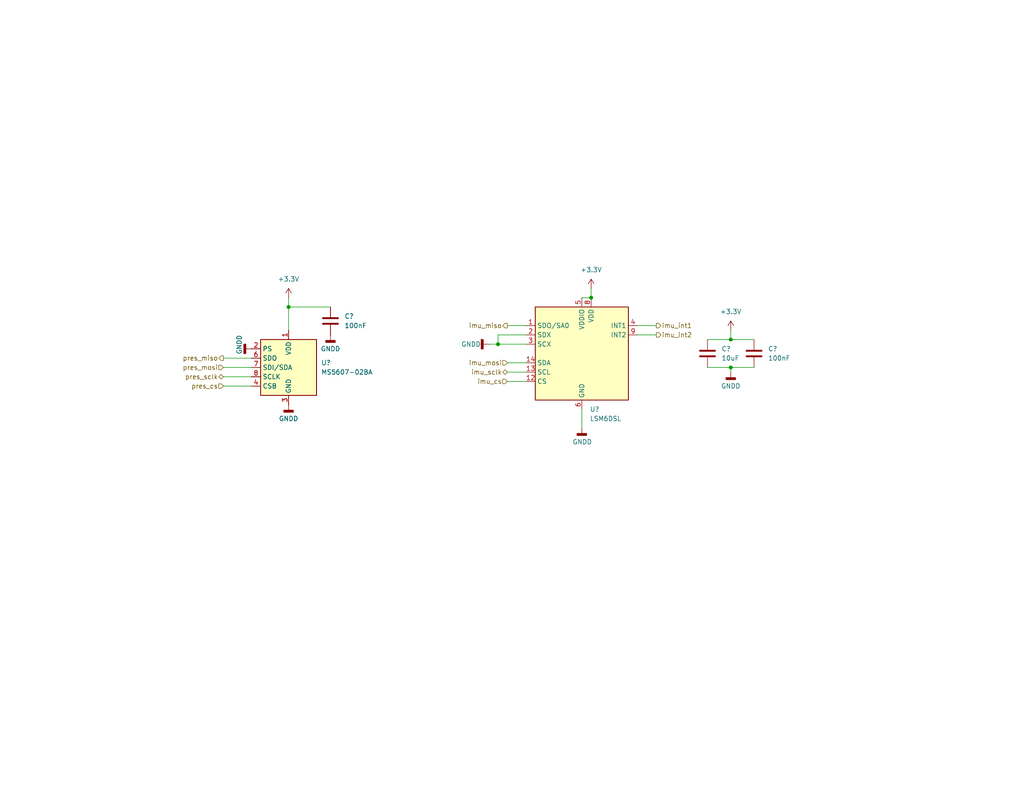
<source format=kicad_sch>
(kicad_sch (version 20250114) (generator "eeschema") (generator_version "9.0")
  (paper "USLetter")
  (title_block (title "Control Module Rev2") (date "2026-02-10") (rev "2.0") (company "Rowan Rocketry"))
  (lib_symbols
    (symbol "Device:C" (pin_numbers (hide yes)) (pin_names (offset 0.254))
      (property "Reference" "C" (at 0.635 2.54 0))
      (property "Value" "C" (at 0.635 -2.54 0))
      (symbol "C_0_1"
        (polyline (pts (xy -2.032 0.762) (xy 2.032 0.762)) (stroke (width 0.508)))
        (polyline (pts (xy -2.032 -0.762) (xy 2.032 -0.762)) (stroke (width 0.508)))
      )
      (symbol "C_1_1"
        (pin passive line (at 0 3.81 270) (length 2.794) (name "~") (number "1"))
        (pin passive line (at 0 -3.81 90) (length 2.794) (name "~") (number "2"))
      )
    )
    (symbol "Sensor_Motion:LSM6DSL"
      (property "Reference" "U" (at -11.43 15.24 0))
      (property "Value" "LSM6DSL" (at -11.43 12.7 0))
      (symbol "LSM6DSL_0_1"
        (rectangle (start -12.7 12.7) (end 12.7 -12.7) (stroke (width 0.254)) (fill (type background)))
      )
      (symbol "LSM6DSL_1_1"
        (pin bidirectional line (at -15.24 7.62 0) (length 2.54) (name "SDO/SA0") (number "1"))
        (pin bidirectional line (at -15.24 5.08 0) (length 2.54) (name "SDX") (number "2"))
        (pin input line (at -15.24 2.54 0) (length 2.54) (name "SCX") (number "3"))
        (pin bidirectional line (at -15.24 -2.54 0) (length 2.54) (name "SDA") (number "14"))
        (pin input line (at -15.24 -5.08 0) (length 2.54) (name "SCL") (number "13"))
        (pin input line (at -15.24 -7.62 0) (length 2.54) (name "CS") (number "12"))
        (pin power_in line (at 0 15.24 270) (length 2.54) (name "VDDIO") (number "5"))
        (pin power_in line (at 0 -15.24 90) (length 2.54) (name "GND") (number "6"))
        (pin passive line (at 0 -15.24 90) (length 2.54) (hide yes) (name "GND") (number "7"))
        (pin power_in line (at 2.54 15.24 270) (length 2.54) (name "VDD") (number "8"))
        (pin no_connect line (at 12.7 -2.54 180) (length 3.81) (hide yes) (name "NC") (number "11"))
        (pin no_connect line (at 12.7 -5.08 180) (length 3.81) (hide yes) (name "NC") (number "10"))
        (pin output line (at 15.24 7.62 180) (length 2.54) (name "INT1") (number "4"))
        (pin output line (at 15.24 5.08 180) (length 2.54) (name "INT2") (number "9"))
      )
    )
    (symbol "Sensor_Pressure:MS5607-02BA"
      (property "Reference" "U" (at -6.35 8.89 0))
      (property "Value" "MS5607-02BA" (at 7.62 8.89 0))
      (symbol "MS5607-02BA_0_1"
        (rectangle (start -7.62 7.62) (end 7.62 -7.62) (stroke (width 0.254)) (fill (type background)))
      )
      (symbol "MS5607-02BA_1_1"
        (pin input line (at -10.16 5.08 0) (length 2.54) (name "PS") (number "2"))
        (pin output line (at -10.16 2.54 0) (length 2.54) (name "SDO") (number "6"))
        (pin bidirectional line (at -10.16 0 0) (length 2.54) (name "SDI/SDA") (number "7"))
        (pin input line (at -10.16 -2.54 0) (length 2.54) (name "SCLK") (number "8"))
        (pin input line (at -10.16 -5.08 0) (length 2.54) (name "CSB") (number "4"))
        (pin input line (at -10.16 -5.08 0) (length 2.54) (hide yes) (name "CSB") (number "5"))
        (pin power_in line (at 0 10.16 270) (length 2.54) (name "VDD") (number "1"))
        (pin power_in line (at 0 -10.16 90) (length 2.54) (name "GND") (number "3"))
      )
    )
    (symbol "power:+3.3V" (power) (pin_numbers (hide yes)) (pin_names (offset 0) (hide yes))
      (property "Value" "+3.3V" (at 0 3.556 0))
      (symbol "+3.3V_0_1"
        (polyline (pts (xy -0.762 1.27) (xy 0 2.54)))
        (polyline (pts (xy 0 2.54) (xy 0.762 1.27)))
        (polyline (pts (xy 0 0) (xy 0 2.54)))
      )
      (symbol "+3.3V_1_1"
        (pin power_in line (at 0 0 90) (length 0) (name "~") (number "1"))
      )
    )
    (symbol "power:GNDD" (power) (pin_numbers (hide yes)) (pin_names (offset 0) (hide yes))
      (property "Value" "GNDD" (at 0 -3.175 0))
      (symbol "GNDD_0_1"
        (rectangle (start -1.27 -1.524) (end 1.27 -2.032) (stroke (width 0.254)) (fill (type outline)))
        (polyline (pts (xy 0 0) (xy 0 -1.524)))
      )
      (symbol "GNDD_1_1"
        (pin power_in line (at 0 0 270) (length 0) (name "~") (number "1"))
      )
    )
  )
  (junction (at 161.29 81.28))
  (junction (at 135.89 93.98))
  (junction (at 78.74 83.82))
  (junction (at 199.39 92.71))
  (junction (at 199.39 100.33))
  (wire (pts (xy 158.75 116.84) (xy 158.75 111.76)))
  (wire (pts (xy 78.74 83.82) (xy 78.74 90.17)))
  (wire (pts (xy 60.96 97.79) (xy 68.58 97.79)))
  (wire (pts (xy 173.99 91.44) (xy 179.07 91.44)))
  (wire (pts (xy 158.75 81.28) (xy 161.29 81.28)))
  (wire (pts (xy 199.39 90.17) (xy 199.39 92.71)))
  (wire (pts (xy 138.43 101.6) (xy 143.51 101.6)))
  (wire (pts (xy 161.29 81.28) (xy 161.29 78.74)))
  (wire (pts (xy 78.74 81.28) (xy 78.74 83.82)))
  (wire (pts (xy 138.43 88.9) (xy 143.51 88.9)))
  (wire (pts (xy 173.99 88.9) (xy 179.07 88.9)))
  (wire (pts (xy 199.39 100.33) (xy 205.74 100.33)))
  (wire (pts (xy 60.96 100.33) (xy 68.58 100.33)))
  (wire (pts (xy 60.96 105.41) (xy 68.58 105.41)))
  (wire (pts (xy 143.51 91.44) (xy 135.89 91.44)))
  (wire (pts (xy 138.43 104.14) (xy 143.51 104.14)))
  (wire (pts (xy 135.89 93.98) (xy 143.51 93.98)))
  (wire (pts (xy 193.04 100.33) (xy 199.39 100.33)))
  (wire (pts (xy 138.43 99.06) (xy 143.51 99.06)))
  (wire (pts (xy 199.39 101.6) (xy 199.39 100.33)))
  (wire (pts (xy 78.74 83.82) (xy 90.17 83.82)))
  (wire (pts (xy 135.89 91.44) (xy 135.89 93.98)))
  (wire (pts (xy 199.39 92.71) (xy 205.74 92.71)))
  (wire (pts (xy 193.04 92.71) (xy 199.39 92.71)))
  (wire (pts (xy 133.35 93.98) (xy 135.89 93.98)))
  (wire (pts (xy 60.96 102.87) (xy 68.58 102.87)))
  (hierarchical_label "pres_sclk" (shape bidirectional) (at 60.96 102.87 180))
  (hierarchical_label "imu_int1" (shape output) (at 179.07 88.9 0))
  (hierarchical_label "pres_cs" (shape input) (at 60.96 105.41 180))
  (hierarchical_label "pres_mosi" (shape input) (at 60.96 100.33 180))
  (hierarchical_label "imu_int2" (shape output) (at 179.07 91.44 0))
  (hierarchical_label "imu_cs" (shape input) (at 138.43 104.14 180))
  (hierarchical_label "imu_mosi" (shape input) (at 138.43 99.06 180))
  (hierarchical_label "pres_miso" (shape output) (at 60.96 97.79 180))
  (hierarchical_label "imu_miso" (shape output) (at 138.43 88.9 180))
  (hierarchical_label "imu_sclk" (shape bidirectional) (at 138.43 101.6 180))
  (symbol (lib_id "power:GNDD") (at 68.58 95.25 270) (unit 1)
    (property "Reference" "#PWR?" (effects (hide yes)))
    (property "Value" "GNDD" (at 65.278 96.774 0) (effects (justify right)))
    (property "Description" "Power symbol creates a global label with name \"GNDD\" , digital ground" (effects (hide yes)))
  )
  (symbol (lib_id "power:GNDD") (at 199.39 101.6 0) (unit 1)
    (property "Reference" "#PWR?" (effects (hide yes)))
    (property "Value" "GNDD" (at 199.39 105.41 0))
    (property "Description" "Power symbol creates a global label with name \"GNDD\" , digital ground" (effects (hide yes)))
  )
  (symbol (lib_id "power:+3.3V") (at 161.29 78.74 0) (unit 1)
    (property "Reference" "#PWR?" (effects (hide yes)))
    (property "Value" "+3.3V" (at 161.29 73.66 0))
    (property "Description" "Power symbol creates a global label with name \"+3.3V\"" (effects (hide yes)))
  )
  (symbol (lib_id "Device:C") (at 90.17 87.63 0) (unit 1)
    (property "Reference" "C?" (at 93.98 86.3599 0) (effects (justify left)))
    (property "Value" "100nF" (at 93.98 88.8999 0) (effects (justify left)))
    (property "Footprint" "Capacitor_SMD:C_0603_1608Metric_Pad1.08x0.95mm_HandSolder" (effects (hide yes)))
    (property "Datasheet" "https://content.kemet.com/datasheets/KEM_C1002_X7R_SMD.pdf" (effects (hide yes)))
    (property "Description" "Unpolarized capacitor" (effects (hide yes)))
    (property "Purchase" "https://www.digikey.com/en/products/detail/kemet/C0603C104M5RACTU/2199782" (effects (hide yes)))
  )
  (symbol (lib_id "Sensor_Pressure:MS5607-02BA") (at 78.74 100.33 0) (unit 1)
    (property "Reference" "U?" (at 87.63 99.0599 0) (effects (justify left)))
    (property "Value" "MS5607-02BA" (at 87.63 101.5999 0) (effects (justify left)))
    (property "Footprint" "Package_LGA:LGA-8_3x5mm_P1.25mm" (effects (hide yes)))
    (property "Datasheet" "https://www.te.com/commerce/DocumentDelivery/DDEController?Action=showdoc&DocId=Data+Sheet%7FMS5607-02BA03%7FB2%7Fpdf%7FEnglish%7FENG_DS_MS5607-02BA03_B2.pdf%7FCAT-BLPS0035" (effects (hide yes)))
    (property "Description" "Barometric pressure sensor, 20cm resolution, 10 to 1200 mbar, I2C and SPI interface up to 20MHz, LGA-8" (effects (hide yes)))
    (property "Purchase" "https://www.digikey.com/en/products/detail/te-connectivity-measurement-specialties/MS560702BA03-50/4700931" (effects (hide yes)))
  )
  (symbol (lib_id "power:GNDD") (at 133.35 93.98 270) (unit 1)
    (property "Reference" "#PWR?" (effects (hide yes)))
    (property "Value" "GNDD" (at 128.524 93.98 90))
    (property "Description" "Power symbol creates a global label with name \"GNDD\" , digital ground" (effects (hide yes)))
  )
  (symbol (lib_id "power:GNDD") (at 158.75 116.84 0) (unit 1)
    (property "Reference" "#PWR?" (effects (hide yes)))
    (property "Value" "GNDD" (at 161.544 120.65 0) (effects (justify right)))
    (property "Description" "Power symbol creates a global label with name \"GNDD\" , digital ground" (effects (hide yes)))
  )
  (symbol (lib_id "power:+3.3V") (at 78.74 81.28 0) (unit 1)
    (property "Reference" "#PWR?" (effects (hide yes)))
    (property "Value" "+3.3V" (at 78.74 76.2 0))
    (property "Description" "Power symbol creates a global label with name \"+3.3V\"" (effects (hide yes)))
  )
  (symbol (lib_id "power:GNDD") (at 78.74 110.49 0) (unit 1)
    (property "Reference" "#PWR?" (effects (hide yes)))
    (property "Value" "GNDD" (at 78.74 114.3 0))
    (property "Description" "Power symbol creates a global label with name \"GNDD\" , digital ground" (effects (hide yes)))
  )
  (symbol (lib_id "power:GNDD") (at 90.17 91.44 0) (unit 1)
    (property "Reference" "#PWR?" (effects (hide yes)))
    (property "Value" "GNDD" (at 90.17 95.25 0))
    (property "Description" "Power symbol creates a global label with name \"GNDD\" , digital ground" (effects (hide yes)))
  )
  (symbol (lib_id "Device:C") (at 205.74 96.52 0) (unit 1)
    (property "Reference" "C?" (at 209.55 95.2499 0) (effects (justify left)))
    (property "Value" "100nF" (at 209.55 97.7899 0) (effects (justify left)))
    (property "Footprint" "Capacitor_SMD:C_0603_1608Metric_Pad1.08x0.95mm_HandSolder" (effects (hide yes)))
    (property "Datasheet" "https://content.kemet.com/datasheets/KEM_C1002_X7R_SMD.pdf" (effects (hide yes)))
    (property "Description" "Unpolarized capacitor" (effects (hide yes)))
    (property "Purchase" "https://www.digikey.com/en/products/detail/kemet/C0603C104M5RACTU/2199782" (effects (hide yes)))
  )
  (symbol (lib_id "power:+3.3V") (at 199.39 90.17 0) (unit 1)
    (property "Reference" "#PWR?" (effects (hide yes)))
    (property "Value" "+3.3V" (at 199.39 85.09 0))
    (property "Description" "Power symbol creates a global label with name \"+3.3V\"" (effects (hide yes)))
  )
  (symbol (lib_id "Sensor_Motion:LSM6DSL") (at 158.75 96.52 0) (unit 1)
    (property "Reference" "U?" (at 160.9441 111.76 0) (effects (justify left)))
    (property "Value" "LSM6DSL" (at 160.9441 114.3 0) (effects (justify left)))
    (property "Footprint" "Package_LGA:LGA-14_3x2.5mm_P0.5mm_LayoutBorder3x4y" (effects (hide yes)))
    (property "Datasheet" "https://www.st.com/resource/en/datasheet/lsm6dsl.pdf" (effects (hide yes)))
    (property "Description" "I2C/SPI, iNEMO inertial module: always-on 3D accelerometer and 3D gyroscope, 1.71V to 3.6V VCC" (effects (hide yes)))
    (property "Purchase" "https://www.digikey.com/en/products/detail/stmicroelectronics/LSM6DSLTR/6192804" (effects (hide yes)))
  )
  (symbol (lib_id "Device:C") (at 193.04 96.52 0) (unit 1)
    (property "Reference" "C?" (at 196.85 95.2499 0) (effects (justify left)))
    (property "Value" "10uF" (at 196.85 97.7899 0) (effects (justify left)))
    (property "Footprint" "Capacitor_SMD:C_0603_1608Metric_Pad1.08x0.95mm_HandSolder" (effects (hide yes)))
    (property "Description" "Unpolarized capacitor" (effects (hide yes)))
    (property "Purchase" "https://www.digikey.com/en/products/detail/kemet/T491A106K010AT/818545" (effects (hide yes)))
  )
)
</source>
